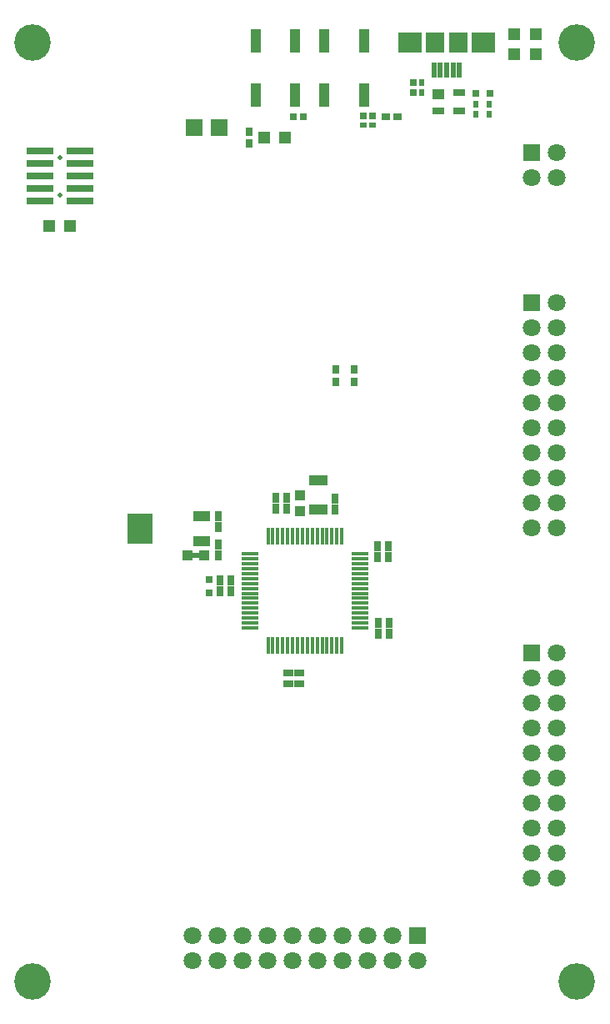
<source format=gts>
%FSLAX43Y43*%
%MOMM*%
G71*
G01*
G75*
G04 Layer_Color=8388736*
%ADD10R,0.600X0.900*%
%ADD11R,0.700X0.700*%
%ADD12R,0.650X0.800*%
%ADD13R,0.650X0.500*%
%ADD14R,0.600X0.550*%
%ADD15R,0.500X0.650*%
%ADD16R,0.950X1.000*%
%ADD17R,2.800X0.750*%
%ADD18R,1.200X1.200*%
%ADD19R,0.550X0.600*%
%ADD20R,0.400X1.400*%
%ADD21R,2.300X1.900*%
%ADD22R,1.775X1.900*%
%ADD23R,1.100X1.000*%
%ADD24R,1.100X0.600*%
%ADD25R,1.000X2.250*%
%ADD26R,1.200X1.200*%
%ADD27R,0.900X0.600*%
%ADD28R,1.750X0.950*%
%ADD29R,1.000X0.950*%
%ADD30R,1.600X1.000*%
%ADD31R,2.500X3.000*%
%ADD32O,1.650X0.300*%
%ADD33O,0.300X1.650*%
%ADD34R,0.700X0.700*%
%ADD35R,0.800X0.650*%
%ADD36C,0.175*%
%ADD37C,0.200*%
%ADD38C,0.250*%
%ADD39C,0.300*%
%ADD40C,0.180*%
%ADD41C,0.125*%
%ADD42R,0.900X0.300*%
%ADD43C,1.700*%
%ADD44R,1.700X1.700*%
%ADD45R,1.700X1.700*%
%ADD46C,0.500*%
%ADD47C,3.600*%
%ADD48C,0.550*%
%ADD49C,0.400*%
%ADD50C,0.500*%
%ADD51C,1.400*%
G04:AMPARAMS|DCode=52|XSize=2.524mm|YSize=2.524mm|CornerRadius=0mm|HoleSize=0mm|Usage=FLASHONLY|Rotation=0.000|XOffset=0mm|YOffset=0mm|HoleType=Round|Shape=Relief|Width=0.254mm|Gap=0.254mm|Entries=4|*
%AMTHD52*
7,0,0,2.524,2.016,0.254,45*
%
%ADD52THD52*%
G04:AMPARAMS|DCode=53|XSize=4.224mm|YSize=4.224mm|CornerRadius=0mm|HoleSize=0mm|Usage=FLASHONLY|Rotation=0.000|XOffset=0mm|YOffset=0mm|HoleType=Round|Shape=Relief|Width=0.254mm|Gap=0.254mm|Entries=4|*
%AMTHD53*
7,0,0,4.224,3.716,0.254,45*
%
%ADD53THD53*%
%ADD54C,0.650*%
%ADD55C,0.600*%
%ADD56C,3.100*%
%ADD57C,1.270*%
%ADD58C,0.800*%
%ADD59R,0.500X0.250*%
%ADD60R,0.250X0.500*%
%ADD61R,1.300X0.600*%
%ADD62R,0.762X0.762*%
%ADD63R,0.950X1.750*%
%ADD64R,0.350X0.850*%
%ADD65C,0.280*%
%ADD66R,1.300X1.600*%
%ADD67R,0.600X0.250*%
%ADD68R,1.600X1.500*%
%ADD69R,0.300X0.500*%
%ADD70R,1.250X0.300*%
%ADD71R,0.850X0.400*%
%ADD72R,0.500X0.300*%
%ADD73R,0.200X0.325*%
%ADD74R,0.325X0.200*%
%ADD75C,0.254*%
%ADD76C,0.600*%
%ADD77C,0.100*%
%ADD78R,2.100X2.100*%
%ADD79R,2.100X2.100*%
%ADD80R,1.700X1.700*%
%ADD81R,0.900X0.510*%
%ADD82R,0.700X1.000*%
%ADD83R,0.800X0.800*%
%ADD84R,0.750X0.900*%
%ADD85R,0.750X0.600*%
%ADD86R,0.700X0.650*%
%ADD87R,0.600X0.750*%
%ADD88R,1.050X1.100*%
%ADD89R,1.300X1.300*%
%ADD90R,0.650X0.700*%
%ADD91R,0.500X1.500*%
%ADD92R,2.400X2.000*%
%ADD93R,1.875X2.000*%
%ADD94R,1.200X1.100*%
%ADD95R,1.200X0.700*%
%ADD96R,1.100X2.350*%
%ADD97R,1.300X1.300*%
%ADD98R,1.000X0.700*%
%ADD99R,1.850X1.050*%
%ADD100R,1.100X1.050*%
%ADD101R,1.700X1.100*%
%ADD102R,2.600X3.100*%
%ADD103O,1.750X0.400*%
%ADD104O,0.400X1.750*%
%ADD105R,0.800X0.800*%
%ADD106R,0.900X0.750*%
%ADD107C,1.800*%
%ADD108R,1.800X1.800*%
%ADD109R,1.800X1.800*%
%ADD110C,3.700*%
D17*
X-56905Y-13335D02*
D03*
X-52845D02*
D03*
X-56905Y-14605D02*
D03*
X-52845D02*
D03*
X-56905Y-15875D02*
D03*
X-52845D02*
D03*
X-56905Y-17145D02*
D03*
X-52845D02*
D03*
X-56905Y-18415D02*
D03*
X-52845D02*
D03*
D46*
X-54875Y-13970D02*
D03*
Y-17780D02*
D03*
D81*
X-41075Y-54370D02*
D03*
D82*
X-38775Y-50375D02*
D03*
Y-51475D02*
D03*
X-37500Y-58075D02*
D03*
Y-56975D02*
D03*
X-38600Y-58075D02*
D03*
Y-56975D02*
D03*
X-22600Y-54600D02*
D03*
Y-53500D02*
D03*
X-21500Y-54600D02*
D03*
Y-53500D02*
D03*
X-22550Y-61250D02*
D03*
Y-62350D02*
D03*
X-21450Y-61250D02*
D03*
Y-62350D02*
D03*
X-32950Y-49650D02*
D03*
Y-48550D02*
D03*
X-31843Y-49649D02*
D03*
Y-48549D02*
D03*
X-26900Y-49700D02*
D03*
Y-48600D02*
D03*
X-38775Y-54375D02*
D03*
Y-53275D02*
D03*
D83*
X-39750Y-58225D02*
D03*
Y-56825D02*
D03*
D84*
X-24950Y-35550D02*
D03*
Y-36750D02*
D03*
X-26825Y-35550D02*
D03*
Y-36750D02*
D03*
X-35675Y-12550D02*
D03*
Y-11350D02*
D03*
D85*
X-23125Y-10675D02*
D03*
X-24075D02*
D03*
D86*
X-23100Y-9800D02*
D03*
X-24100D02*
D03*
X-30150Y-9850D02*
D03*
X-31150D02*
D03*
D87*
X-11300Y-8625D02*
D03*
Y-9575D02*
D03*
X-12600Y-8625D02*
D03*
Y-9575D02*
D03*
X-18100Y-7375D02*
D03*
Y-6425D02*
D03*
D88*
X-30493Y-48299D02*
D03*
Y-49899D02*
D03*
D89*
X-32050Y-12000D02*
D03*
X-34150D02*
D03*
X-53875Y-20975D02*
D03*
X-55975D02*
D03*
D90*
X-19000Y-6400D02*
D03*
Y-7400D02*
D03*
D91*
X-14300Y-5150D02*
D03*
X-14950D02*
D03*
X-15600D02*
D03*
X-16250D02*
D03*
X-16900D02*
D03*
D92*
X-11850Y-2300D02*
D03*
X-19350D02*
D03*
D93*
X-14438D02*
D03*
X-16763D02*
D03*
D94*
X-16400Y-7600D02*
D03*
D95*
Y-9300D02*
D03*
X-14300D02*
D03*
Y-7400D02*
D03*
D96*
X-24000Y-7650D02*
D03*
Y-2150D02*
D03*
X-28000D02*
D03*
Y-7650D02*
D03*
X-31000D02*
D03*
Y-2150D02*
D03*
X-35000D02*
D03*
Y-7650D02*
D03*
D97*
X-8750Y-3550D02*
D03*
Y-1450D02*
D03*
X-6500Y-3550D02*
D03*
Y-1450D02*
D03*
D98*
X-31700Y-66300D02*
D03*
X-30600D02*
D03*
X-31700Y-67400D02*
D03*
X-30600D02*
D03*
D99*
X-28625Y-46750D02*
D03*
Y-49700D02*
D03*
D100*
X-40225Y-54375D02*
D03*
X-41925D02*
D03*
D101*
X-40475Y-52975D02*
D03*
Y-50375D02*
D03*
D102*
X-46725Y-51675D02*
D03*
D103*
X-35575Y-54250D02*
D03*
Y-54750D02*
D03*
Y-55250D02*
D03*
Y-55750D02*
D03*
Y-56250D02*
D03*
Y-56750D02*
D03*
Y-57250D02*
D03*
Y-57750D02*
D03*
Y-58250D02*
D03*
Y-58750D02*
D03*
Y-59250D02*
D03*
Y-59750D02*
D03*
Y-60250D02*
D03*
Y-60750D02*
D03*
Y-61250D02*
D03*
Y-61750D02*
D03*
X-24425D02*
D03*
Y-61250D02*
D03*
Y-60750D02*
D03*
Y-60250D02*
D03*
Y-59750D02*
D03*
Y-59250D02*
D03*
Y-58750D02*
D03*
Y-58250D02*
D03*
Y-57750D02*
D03*
Y-57250D02*
D03*
Y-56750D02*
D03*
Y-56250D02*
D03*
Y-55750D02*
D03*
Y-55250D02*
D03*
Y-54750D02*
D03*
Y-54250D02*
D03*
D104*
X-33750Y-63575D02*
D03*
X-33250D02*
D03*
X-32750D02*
D03*
X-32250D02*
D03*
X-31750D02*
D03*
X-31250D02*
D03*
X-30750D02*
D03*
X-30250D02*
D03*
X-29750D02*
D03*
X-29250D02*
D03*
X-28750D02*
D03*
X-28250D02*
D03*
X-27750D02*
D03*
X-27250D02*
D03*
X-26750D02*
D03*
X-26250D02*
D03*
Y-52425D02*
D03*
X-26750D02*
D03*
X-27250D02*
D03*
X-27750D02*
D03*
X-28250D02*
D03*
X-28750D02*
D03*
X-29250D02*
D03*
X-29750D02*
D03*
X-30250D02*
D03*
X-30750D02*
D03*
X-31250D02*
D03*
X-31750D02*
D03*
X-32250D02*
D03*
X-32750D02*
D03*
X-33250D02*
D03*
X-33750D02*
D03*
D105*
X-12600Y-7500D02*
D03*
X-11200D02*
D03*
D106*
X-21800Y-9900D02*
D03*
X-20600D02*
D03*
D107*
X-4430Y-74450D02*
D03*
Y-64290D02*
D03*
Y-66830D02*
D03*
X-6970D02*
D03*
X-4430Y-69370D02*
D03*
X-6970D02*
D03*
X-4430Y-71910D02*
D03*
X-6970D02*
D03*
Y-74450D02*
D03*
Y-87150D02*
D03*
Y-84610D02*
D03*
X-4430D02*
D03*
X-6970Y-82070D02*
D03*
X-4430D02*
D03*
X-6970Y-79530D02*
D03*
X-4430D02*
D03*
Y-76990D02*
D03*
X-6970D02*
D03*
X-4430Y-87150D02*
D03*
X-41430Y-95570D02*
D03*
X-31270Y-93030D02*
D03*
Y-95570D02*
D03*
X-33810D02*
D03*
Y-93030D02*
D03*
X-36350Y-95570D02*
D03*
Y-93030D02*
D03*
X-38890Y-95570D02*
D03*
Y-93030D02*
D03*
X-41430D02*
D03*
X-28730D02*
D03*
X-26190D02*
D03*
Y-95570D02*
D03*
X-23650Y-93030D02*
D03*
Y-95570D02*
D03*
X-21110Y-93030D02*
D03*
Y-95570D02*
D03*
X-18570D02*
D03*
X-28730D02*
D03*
X-4430Y-38890D02*
D03*
Y-28730D02*
D03*
Y-31270D02*
D03*
X-6970D02*
D03*
X-4430Y-33810D02*
D03*
X-6970D02*
D03*
X-4430Y-36350D02*
D03*
X-6970D02*
D03*
Y-38890D02*
D03*
Y-51590D02*
D03*
Y-49050D02*
D03*
X-4430D02*
D03*
X-6970Y-46510D02*
D03*
X-4430D02*
D03*
X-6970Y-43970D02*
D03*
X-4430D02*
D03*
Y-41430D02*
D03*
X-6970D02*
D03*
X-4430Y-51590D02*
D03*
Y-13490D02*
D03*
Y-16030D02*
D03*
X-6970D02*
D03*
D108*
Y-64290D02*
D03*
Y-28730D02*
D03*
Y-13490D02*
D03*
D109*
X-18570Y-93030D02*
D03*
X-41270Y-10950D02*
D03*
X-38730D02*
D03*
D110*
X-57650Y-97650D02*
D03*
X-2350D02*
D03*
X-57650Y-2350D02*
D03*
X-2350D02*
D03*
M02*

</source>
